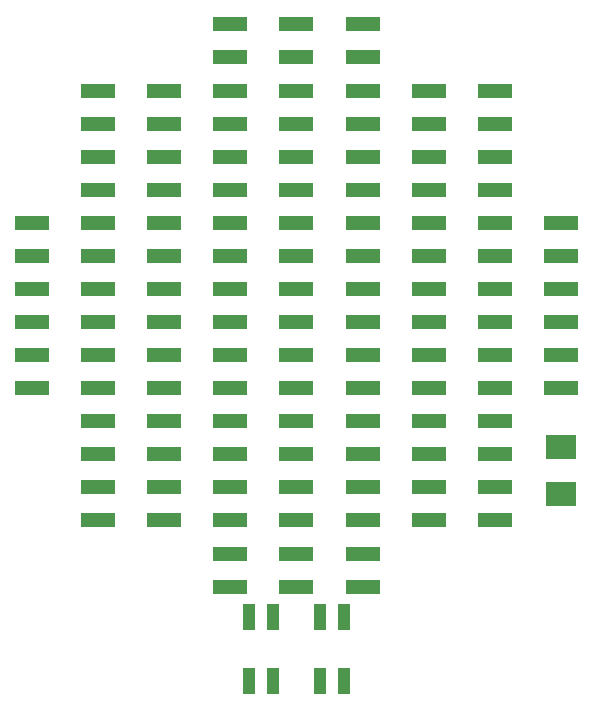
<source format=gbr>
G04 #@! TF.FileFunction,Paste,Top*
%FSLAX46Y46*%
G04 Gerber Fmt 4.6, Leading zero omitted, Abs format (unit mm)*
G04 Created by KiCad (PCBNEW 4.0.7-e2-6376~58~ubuntu16.04.1) date Sat Jul 28 15:13:10 2018*
%MOMM*%
%LPD*%
G01*
G04 APERTURE LIST*
%ADD10C,0.100000*%
%ADD11R,1.000000X2.200000*%
%ADD12R,3.000000X1.300000*%
%ADD13R,2.500000X2.000000*%
G04 APERTURE END LIST*
D10*
D11*
X102000000Y-126400000D03*
X104000000Y-126400000D03*
X96000000Y-126400000D03*
X98000000Y-126400000D03*
X102000000Y-131800000D03*
X104000000Y-131800000D03*
X98000000Y-131800000D03*
X96000000Y-131800000D03*
D12*
X94400000Y-76200000D03*
X94400000Y-79000000D03*
X100000000Y-76200000D03*
X100000000Y-79000000D03*
X105600000Y-76200000D03*
X105600000Y-79000000D03*
X83200000Y-81800000D03*
X83200000Y-84600000D03*
X88800000Y-81800000D03*
X88800000Y-84600000D03*
X94400000Y-81800000D03*
X94400000Y-84600000D03*
X100000000Y-81800000D03*
X100000000Y-84600000D03*
X105600000Y-81800000D03*
X105600000Y-84600000D03*
X111200000Y-81800000D03*
X111200000Y-84600000D03*
X116800000Y-81800000D03*
X116800000Y-84600000D03*
X83200000Y-87400000D03*
X83200000Y-90200000D03*
X88800000Y-87400000D03*
X88800000Y-90200000D03*
X94400000Y-87400000D03*
X94400000Y-90200000D03*
X100000000Y-87400000D03*
X100000000Y-90200000D03*
X105600000Y-87400000D03*
X105600000Y-90200000D03*
X111200000Y-87400000D03*
X111200000Y-90200000D03*
X116800000Y-87400000D03*
X116800000Y-90200000D03*
X77600000Y-93000000D03*
X77600000Y-95800000D03*
X83200000Y-93000000D03*
X83200000Y-95800000D03*
X88800000Y-93000000D03*
X88800000Y-95800000D03*
X94400000Y-93000000D03*
X94400000Y-95800000D03*
X100000000Y-93000000D03*
X100000000Y-95800000D03*
X105600000Y-93000000D03*
X105600000Y-95800000D03*
X111200000Y-93000000D03*
X111200000Y-95800000D03*
X116800000Y-93000000D03*
X116800000Y-95800000D03*
X122400000Y-93000000D03*
X122400000Y-95800000D03*
X77600000Y-98600000D03*
X77600000Y-101400000D03*
X83200000Y-98600000D03*
X83200000Y-101400000D03*
X88800000Y-98600000D03*
X88800000Y-101400000D03*
X94400000Y-98600000D03*
X94400000Y-101400000D03*
X100000000Y-98600000D03*
X100000000Y-101400000D03*
X105600000Y-98600000D03*
X105600000Y-101400000D03*
X111200000Y-98600000D03*
X111200000Y-101400000D03*
X116800000Y-98600000D03*
X116800000Y-101400000D03*
X122400000Y-98600000D03*
X122400000Y-101400000D03*
X77600000Y-104200000D03*
X77600000Y-107000000D03*
X83200000Y-104200000D03*
X83200000Y-107000000D03*
X88800000Y-104200000D03*
X88800000Y-107000000D03*
X94400000Y-104200000D03*
X94400000Y-107000000D03*
X100000000Y-104200000D03*
X100000000Y-107000000D03*
X105600000Y-104200000D03*
X105600000Y-107000000D03*
X111200000Y-104200000D03*
X111200000Y-107000000D03*
X116800000Y-104200000D03*
X116800000Y-107000000D03*
X122400000Y-104200000D03*
X122400000Y-107000000D03*
X83200000Y-109800000D03*
X83200000Y-112600000D03*
X88800000Y-109800000D03*
X88800000Y-112600000D03*
X94400000Y-109800000D03*
X94400000Y-112600000D03*
X100000000Y-109800000D03*
X100000000Y-112600000D03*
X105600000Y-109800000D03*
X105600000Y-112600000D03*
X111200000Y-109800000D03*
X111200000Y-112600000D03*
X116800000Y-109800000D03*
X116800000Y-112600000D03*
X83200000Y-115400000D03*
X83200000Y-118200000D03*
X88800000Y-115400000D03*
X88800000Y-118200000D03*
X94400000Y-115400000D03*
X94400000Y-118200000D03*
X100000000Y-115400000D03*
X100000000Y-118200000D03*
X105600000Y-115400000D03*
X105600000Y-118200000D03*
X111200000Y-115400000D03*
X111200000Y-118200000D03*
X116800000Y-115400000D03*
X116800000Y-118200000D03*
X94400000Y-121000000D03*
X94400000Y-123800000D03*
X100000000Y-121000000D03*
X100000000Y-123800000D03*
X105600000Y-121000000D03*
X105600000Y-123800000D03*
D13*
X122400000Y-116000000D03*
X122400000Y-112000000D03*
M02*

</source>
